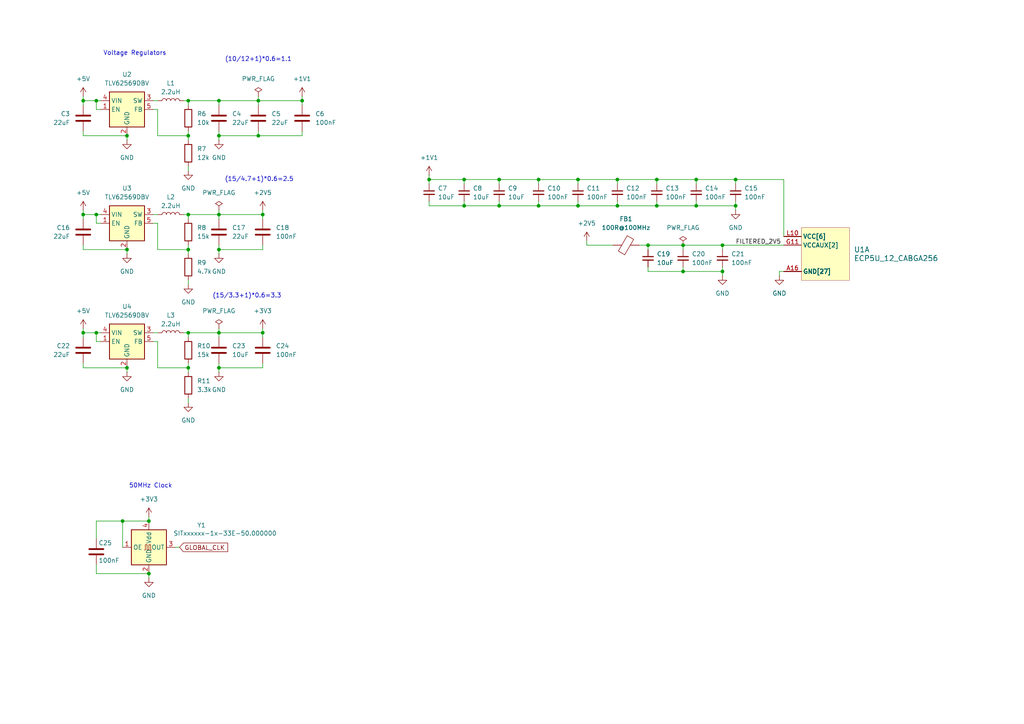
<source format=kicad_sch>
(kicad_sch (version 20250114) (generator "eeschema") (generator_version "9.0")
  (paper "A4")
  (title_block (title "Icepi zero") (date "2025-05-12") (rev "v1") (company "Chengyin Yao (cheyao)") (comment 1 "https://github.com/cheyao/icepi-zero"))
  (text "(15/4.7+1)*0.6=2.5" (at 75.184 52.07 0) (effects (font (size 1.27 1.27))))
  (text "(10/12+1)*0.6=1.1" (at 74.93 17.272 0) (effects (font (size 1.27 1.27))))
  (text "(15/3.3+1)*0.6=3.3" (at 71.628 85.852 0) (effects (font (size 1.27 1.27))))
  (text "50MHz Clock" (at 43.688 140.97 0) (effects (font (size 1.27 1.27))))
  (text "Voltage Regulators" (at 39.116 15.494 0) (effects (font (size 1.27 1.27))))
  (junction (at 209.55 71.12))
  (junction (at 54.61 72.39))
  (junction (at 63.5 106.68))
  (junction (at 54.61 106.68))
  (junction (at 213.36 52.07))
  (junction (at 201.93 52.07))
  (junction (at 27.94 62.23))
  (junction (at 167.64 52.07))
  (junction (at 43.18 151.13))
  (junction (at 74.93 29.21))
  (junction (at 63.5 39.37))
  (junction (at 35.56 151.13))
  (junction (at 63.5 29.21))
  (junction (at 179.07 59.69))
  (junction (at 190.5 59.69))
  (junction (at 27.94 29.21))
  (junction (at 54.61 39.37))
  (junction (at 63.5 72.39))
  (junction (at 24.13 29.21))
  (junction (at 63.5 96.52))
  (junction (at 36.83 39.37))
  (junction (at 27.94 96.52))
  (junction (at 190.5 52.07))
  (junction (at 198.12 71.12))
  (junction (at 144.78 59.69))
  (junction (at 87.63 29.21))
  (junction (at 74.93 39.37))
  (junction (at 201.93 59.69))
  (junction (at 187.96 71.12))
  (junction (at 124.46 52.07))
  (junction (at 134.62 59.69))
  (junction (at 167.64 59.69))
  (junction (at 54.61 96.52))
  (junction (at 36.83 106.68))
  (junction (at 63.5 62.23))
  (junction (at 76.2 62.23))
  (junction (at 24.13 96.52))
  (junction (at 43.18 166.37))
  (junction (at 134.62 52.07))
  (junction (at 76.2 96.52))
  (junction (at 179.07 52.07))
  (junction (at 209.55 78.74))
  (junction (at 36.83 72.39))
  (junction (at 198.12 78.74))
  (junction (at 156.21 52.07))
  (junction (at 144.78 52.07))
  (junction (at 24.13 62.23))
  (junction (at 213.36 59.69))
  (junction (at 156.21 59.69))
  (junction (at 54.61 29.21))
  (junction (at 54.61 62.23))
  (wire (pts (xy 27.94 29.21) (xy 27.94 31.75)))
  (wire (pts (xy 144.78 59.69) (xy 156.21 59.69)))
  (wire (pts (xy 227.33 78.74) (xy 226.06 78.74)))
  (wire (pts (xy 54.61 62.23) (xy 53.34 62.23)))
  (wire (pts (xy 134.62 52.07) (xy 124.46 52.07)))
  (wire (pts (xy 24.13 29.21) (xy 27.94 29.21)))
  (wire (pts (xy 167.64 59.69) (xy 167.64 58.42)))
  (wire (pts (xy 24.13 95.25) (xy 24.13 96.52)))
  (wire (pts (xy 24.13 29.21) (xy 24.13 30.48)))
  (wire (pts (xy 190.5 52.07) (xy 190.5 53.34)))
  (wire (pts (xy 35.56 158.75) (xy 35.56 151.13)))
  (wire (pts (xy 124.46 58.42) (xy 124.46 59.69)))
  (wire (pts (xy 54.61 39.37) (xy 45.72 39.37)))
  (wire (pts (xy 43.18 166.37) (xy 43.18 167.64)))
  (wire (pts (xy 54.61 96.52) (xy 63.5 96.52)))
  (wire (pts (xy 63.5 107.95) (xy 63.5 106.68)))
  (wire (pts (xy 54.61 62.23) (xy 63.5 62.23)))
  (wire (pts (xy 201.93 52.07) (xy 190.5 52.07)))
  (wire (pts (xy 213.36 52.07) (xy 201.93 52.07)))
  (wire (pts (xy 190.5 59.69) (xy 201.93 59.69)))
  (wire (pts (xy 209.55 72.39) (xy 209.55 71.12)))
  (wire (pts (xy 156.21 52.07) (xy 156.21 53.34)))
  (wire (pts (xy 24.13 38.1) (xy 24.13 39.37)))
  (wire (pts (xy 144.78 59.69) (xy 144.78 58.42)))
  (wire (pts (xy 63.5 60.96) (xy 63.5 62.23)))
  (wire (pts (xy 198.12 78.74) (xy 209.55 78.74)))
  (wire (pts (xy 24.13 72.39) (xy 36.83 72.39)))
  (wire (pts (xy 54.61 97.79) (xy 54.61 96.52)))
  (wire (pts (xy 54.61 106.68) (xy 45.72 106.68)))
  (wire (pts (xy 63.5 63.5) (xy 63.5 62.23)))
  (wire (pts (xy 185.42 71.12) (xy 187.96 71.12)))
  (wire (pts (xy 27.94 96.52) (xy 29.21 96.52)))
  (wire (pts (xy 54.61 30.48) (xy 54.61 29.21)))
  (wire (pts (xy 54.61 96.52) (xy 53.34 96.52)))
  (wire (pts (xy 74.93 30.48) (xy 74.93 29.21)))
  (wire (pts (xy 63.5 40.64) (xy 63.5 39.37)))
  (wire (pts (xy 50.8 158.75) (xy 52.07 158.75)))
  (wire (pts (xy 76.2 96.52) (xy 63.5 96.52)))
  (wire (pts (xy 124.46 52.07) (xy 124.46 53.34)))
  (wire (pts (xy 74.93 39.37) (xy 87.63 39.37)))
  (wire (pts (xy 24.13 62.23) (xy 27.94 62.23)))
  (wire (pts (xy 179.07 59.69) (xy 190.5 59.69)))
  (wire (pts (xy 190.5 59.69) (xy 190.5 58.42)))
  (wire (pts (xy 179.07 52.07) (xy 179.07 53.34)))
  (wire (pts (xy 187.96 78.74) (xy 198.12 78.74)))
  (wire (pts (xy 87.63 27.94) (xy 87.63 29.21)))
  (wire (pts (xy 24.13 60.96) (xy 24.13 62.23)))
  (wire (pts (xy 198.12 78.74) (xy 198.12 77.47)))
  (wire (pts (xy 24.13 27.94) (xy 24.13 29.21)))
  (wire (pts (xy 124.46 59.69) (xy 134.62 59.69)))
  (wire (pts (xy 76.2 95.25) (xy 76.2 96.52)))
  (wire (pts (xy 63.5 72.39) (xy 76.2 72.39)))
  (wire (pts (xy 76.2 60.96) (xy 76.2 62.23)))
  (wire (pts (xy 226.06 78.74) (xy 226.06 80.01)))
  (wire (pts (xy 24.13 106.68) (xy 36.83 106.68)))
  (wire (pts (xy 227.33 52.07) (xy 227.33 68.58)))
  (wire (pts (xy 201.93 58.42) (xy 201.93 59.69)))
  (wire (pts (xy 213.36 59.69) (xy 213.36 58.42)))
  (wire (pts (xy 213.36 53.34) (xy 213.36 52.07)))
  (wire (pts (xy 144.78 52.07) (xy 156.21 52.07)))
  (wire (pts (xy 187.96 71.12) (xy 198.12 71.12)))
  (wire (pts (xy 54.61 115.57) (xy 54.61 116.84)))
  (wire (pts (xy 76.2 62.23) (xy 63.5 62.23)))
  (wire (pts (xy 54.61 38.1) (xy 54.61 39.37)))
  (wire (pts (xy 63.5 72.39) (xy 63.5 71.12)))
  (wire (pts (xy 63.5 95.25) (xy 63.5 96.52)))
  (wire (pts (xy 63.5 30.48) (xy 63.5 29.21)))
  (wire (pts (xy 209.55 71.12) (xy 227.33 71.12)))
  (wire (pts (xy 24.13 71.12) (xy 24.13 72.39)))
  (wire (pts (xy 36.83 72.39) (xy 36.83 73.66)))
  (wire (pts (xy 54.61 72.39) (xy 45.72 72.39)))
  (wire (pts (xy 54.61 29.21) (xy 63.5 29.21)))
  (wire (pts (xy 167.64 52.07) (xy 156.21 52.07)))
  (wire (pts (xy 179.07 52.07) (xy 190.5 52.07)))
  (wire (pts (xy 44.45 62.23) (xy 45.72 62.23)))
  (wire (pts (xy 27.94 62.23) (xy 29.21 62.23)))
  (wire (pts (xy 24.13 105.41) (xy 24.13 106.68)))
  (wire (pts (xy 63.5 106.68) (xy 63.5 105.41)))
  (wire (pts (xy 27.94 156.21) (xy 27.94 151.13)))
  (wire (pts (xy 27.94 163.83) (xy 27.94 166.37)))
  (wire (pts (xy 87.63 29.21) (xy 87.63 30.48)))
  (wire (pts (xy 45.72 39.37) (xy 45.72 31.75)))
  (wire (pts (xy 63.5 97.79) (xy 63.5 96.52)))
  (wire (pts (xy 24.13 96.52) (xy 24.13 97.79)))
  (wire (pts (xy 144.78 52.07) (xy 144.78 53.34)))
  (wire (pts (xy 54.61 81.28) (xy 54.61 82.55)))
  (wire (pts (xy 27.94 62.23) (xy 27.94 64.77)))
  (wire (pts (xy 54.61 71.12) (xy 54.61 72.39)))
  (wire (pts (xy 54.61 72.39) (xy 54.61 73.66)))
  (wire (pts (xy 24.13 39.37) (xy 36.83 39.37)))
  (wire (pts (xy 76.2 72.39) (xy 76.2 71.12)))
  (wire (pts (xy 187.96 71.12) (xy 187.96 72.39)))
  (wire (pts (xy 209.55 78.74) (xy 209.55 77.47)))
  (wire (pts (xy 124.46 50.8) (xy 124.46 52.07)))
  (wire (pts (xy 156.21 58.42) (xy 156.21 59.69)))
  (wire (pts (xy 45.72 106.68) (xy 45.72 99.06)))
  (wire (pts (xy 213.36 52.07) (xy 227.33 52.07)))
  (wire (pts (xy 27.94 96.52) (xy 27.94 99.06)))
  (wire (pts (xy 54.61 29.21) (xy 53.34 29.21)))
  (wire (pts (xy 54.61 39.37) (xy 54.61 40.64)))
  (wire (pts (xy 74.93 27.94) (xy 74.93 29.21)))
  (wire (pts (xy 179.07 58.42) (xy 179.07 59.69)))
  (wire (pts (xy 36.83 39.37) (xy 36.83 40.64)))
  (wire (pts (xy 43.18 149.86) (xy 43.18 151.13)))
  (wire (pts (xy 27.94 166.37) (xy 43.18 166.37)))
  (wire (pts (xy 156.21 59.69) (xy 167.64 59.69)))
  (wire (pts (xy 87.63 39.37) (xy 87.63 38.1)))
  (wire (pts (xy 27.94 64.77) (xy 29.21 64.77)))
  (wire (pts (xy 167.64 52.07) (xy 167.64 53.34)))
  (wire (pts (xy 44.45 29.21) (xy 45.72 29.21)))
  (wire (pts (xy 187.96 77.47) (xy 187.96 78.74)))
  (wire (pts (xy 54.61 63.5) (xy 54.61 62.23)))
  (wire (pts (xy 74.93 29.21) (xy 63.5 29.21)))
  (wire (pts (xy 24.13 62.23) (xy 24.13 63.5)))
  (wire (pts (xy 201.93 52.07) (xy 201.93 53.34)))
  (wire (pts (xy 134.62 52.07) (xy 144.78 52.07)))
  (wire (pts (xy 63.5 39.37) (xy 63.5 38.1)))
  (wire (pts (xy 198.12 71.12) (xy 209.55 71.12)))
  (wire (pts (xy 134.62 52.07) (xy 134.62 53.34)))
  (wire (pts (xy 170.18 69.85) (xy 170.18 71.12)))
  (wire (pts (xy 44.45 96.52) (xy 45.72 96.52)))
  (wire (pts (xy 45.72 99.06) (xy 44.45 99.06)))
  (wire (pts (xy 45.72 31.75) (xy 44.45 31.75)))
  (wire (pts (xy 198.12 71.12) (xy 198.12 72.39)))
  (wire (pts (xy 63.5 73.66) (xy 63.5 72.39)))
  (wire (pts (xy 36.83 106.68) (xy 36.83 107.95)))
  (wire (pts (xy 27.94 151.13) (xy 35.56 151.13)))
  (wire (pts (xy 35.56 151.13) (xy 43.18 151.13)))
  (wire (pts (xy 74.93 39.37) (xy 63.5 39.37)))
  (wire (pts (xy 27.94 31.75) (xy 29.21 31.75)))
  (wire (pts (xy 167.64 59.69) (xy 179.07 59.69)))
  (wire (pts (xy 54.61 105.41) (xy 54.61 106.68)))
  (wire (pts (xy 179.07 52.07) (xy 167.64 52.07)))
  (wire (pts (xy 87.63 29.21) (xy 74.93 29.21)))
  (wire (pts (xy 209.55 78.74) (xy 209.55 80.01)))
  (wire (pts (xy 24.13 96.52) (xy 27.94 96.52)))
  (wire (pts (xy 27.94 29.21) (xy 29.21 29.21)))
  (wire (pts (xy 74.93 39.37) (xy 74.93 38.1)))
  (wire (pts (xy 76.2 62.23) (xy 76.2 63.5)))
  (wire (pts (xy 54.61 106.68) (xy 54.61 107.95)))
  (wire (pts (xy 213.36 59.69) (xy 213.36 60.96)))
  (wire (pts (xy 45.72 72.39) (xy 45.72 64.77)))
  (wire (pts (xy 134.62 59.69) (xy 144.78 59.69)))
  (wire (pts (xy 134.62 59.69) (xy 134.62 58.42)))
  (wire (pts (xy 63.5 106.68) (xy 76.2 106.68)))
  (wire (pts (xy 170.18 71.12) (xy 177.8 71.12)))
  (wire (pts (xy 54.61 48.26) (xy 54.61 49.53)))
  (wire (pts (xy 76.2 106.68) (xy 76.2 105.41)))
  (wire (pts (xy 45.72 64.77) (xy 44.45 64.77)))
  (wire (pts (xy 76.2 96.52) (xy 76.2 97.79)))
  (wire (pts (xy 201.93 59.69) (xy 213.36 59.69)))
  (wire (pts (xy 27.94 99.06) (xy 29.21 99.06)))
  (label "FILTERED_2V5" (at 213.36 71.12 0))
  (global_label "GLOBAL_CLK" (shape input) (at 52.07 158.75 0) (property "Intersheetrefs" "${INTERSHEET_REFS}" (effects (hide yes))))
  (symbol (lib_id "Device:FerriteBead") (at 181.61 71.12 90) (unit 1)
    (property "Reference" "FB1" (at 181.5592 63.5 90))
    (property "Value" "100R@100MHz" (at 181.5592 66.04 90))
    (property "Footprint" "Inductor_SMD:L_0805_2012Metric" (effects (hide yes)))
    (property "Description" "Ferrite bead" (effects (hide yes)))
    (property "LCSC Part #" "C1015" (effects (hide yes)))
  )
  (symbol (lib_id "Device:C") (at 76.2 67.31 0) (unit 1)
    (property "Reference" "C18" (at 80.01 66.0399 0) (effects (justify left)))
    (property "Value" "100nF" (at 80.01 68.5799 0) (effects (justify left)))
    (property "Footprint" "Capacitor_SMD:C_0402_1005Metric" (effects (hide yes)))
    (property "Description" "Unpolarized capacitor" (effects (hide yes)))
    (property "LCSC Part #" "C307331 " (effects (hide yes)))
  )
  (symbol (lib_id "Device:R") (at 54.61 44.45 0) (unit 1)
    (property "Reference" "R7" (at 57.15 43.1799 0) (effects (justify left)))
    (property "Value" "12k" (at 57.15 45.7199 0) (effects (justify left)))
    (property "Footprint" "Resistor_SMD:R_0402_1005Metric" (effects (hide yes)))
    (property "Description" "Resistor" (effects (hide yes)))
    (property "LCSC Part #" "C25752" (effects (hide yes)))
  )
  (symbol (lib_id "Device:C_Small") (at 198.12 74.93 0) (unit 1)
    (property "Reference" "C20" (at 200.66 73.6662 0) (effects (justify left)))
    (property "Value" "100nF" (at 200.66 76.2062 0) (effects (justify left)))
    (property "Footprint" "Capacitor_SMD:C_0402_1005Metric" (effects (hide yes)))
    (property "Description" "Unpolarized capacitor, small symbol" (effects (hide yes)))
    (property "LCSC Part #" "C307331 " (effects (hide yes)))
  )
  (symbol (lib_id "power:PWR_FLAG") (at 74.93 27.94 0) (unit 1)
    (property "Reference" "#FLG01" (effects (hide yes)))
    (property "Value" "PWR_FLAG" (at 74.93 22.86 0))
    (property "Description" "Special symbol for telling ERC where power comes from" (effects (hide yes)))
  )
  (symbol (lib_id "power:+2V5") (at 76.2 60.96 0) (unit 1)
    (property "Reference" "#PWR030" (effects (hide yes)))
    (property "Value" "+2V5" (at 76.2 55.88 0))
    (property "Description" "Power symbol creates a global label with name \"+2V5\"" (effects (hide yes)))
  )
  (symbol (lib_id "Device:L") (at 49.53 96.52 90) (unit 1)
    (property "Reference" "L3" (at 49.53 91.44 90))
    (property "Value" "2.2uH" (at 49.53 93.98 90))
    (property "Footprint" "Inductor_SMD:L_0805_2012Metric" (effects (hide yes)))
    (property "Description" "Inductor" (effects (hide yes)))
    (property "LCSC Part #" "C1043" (effects (hide yes)))
  )
  (symbol (lib_id "Regulator_Switching:TLV62569DBV") (at 36.83 31.75 0) (unit 1)
    (property "Reference" "U2" (at 36.83 21.59 0))
    (property "Value" "TLV62569DBV" (at 36.83 24.13 0))
    (property "Footprint" "Package_TO_SOT_SMD:SOT-23-5" (effects (hide yes)))
    (property "Datasheet" "http://www.ti.com/lit/ds/symlink/tlv62569.pdf" (effects (hide yes)))
    (property "Description" "High Efficiency Synchronous Buck Converter, Adjustable Output 0.6V-5.5V, 2A, SOT-23-5" (effects (hide yes)))
    (property "LCSC Part #" "C141836" (effects (hide yes)))
  )
  (symbol (lib_id "Device:R") (at 54.61 101.6 0) (unit 1)
    (property "Reference" "R10" (at 57.15 100.3299 0) (effects (justify left)))
    (property "Value" "15k" (at 57.15 102.8699 0) (effects (justify left)))
    (property "Footprint" "Resistor_SMD:R_0402_1005Metric" (effects (hide yes)))
    (property "Description" "Resistor" (effects (hide yes)))
    (property "LCSC Part #" "C25756 " (effects (hide yes)))
  )
  (symbol (lib_id "Device:R") (at 54.61 34.29 0) (unit 1)
    (property "Reference" "R6" (at 57.15 33.0199 0) (effects (justify left)))
    (property "Value" "10k" (at 57.15 35.5599 0) (effects (justify left)))
    (property "Footprint" "Resistor_SMD:R_0402_1005Metric" (effects (hide yes)))
    (property "Description" "Resistor" (effects (hide yes)))
    (property "LCSC Part #" "C25744" (effects (hide yes)))
  )
  (symbol (lib_id "Device:C_Small") (at 156.21 55.88 0) (unit 1)
    (property "Reference" "C10" (at 158.75 54.6162 0) (effects (justify left)))
    (property "Value" "100nF" (at 158.75 57.1562 0) (effects (justify left)))
    (property "Footprint" "Capacitor_SMD:C_0402_1005Metric" (effects (hide yes)))
    (property "Description" "Unpolarized capacitor, small symbol" (effects (hide yes)))
    (property "LCSC Part #" "C307331 " (effects (hide yes)))
  )
  (symbol (lib_id "power:PWR_FLAG") (at 63.5 95.25 0) (unit 1)
    (property "Reference" "#FLG04" (effects (hide yes)))
    (property "Value" "PWR_FLAG" (at 63.5 90.17 0))
    (property "Description" "Special symbol for telling ERC where power comes from" (effects (hide yes)))
  )
  (symbol (lib_id "power:GND") (at 54.61 116.84 0) (unit 1)
    (property "Reference" "#PWR042" (effects (hide yes)))
    (property "Value" "GND" (at 54.61 121.92 0))
    (property "Description" "Power symbol creates a global label with name \"GND\" , ground" (effects (hide yes)))
  )
  (symbol (lib_id "Oscillator:SiT8008xx-1x-xxE") (at 43.18 158.75 0) (unit 1)
    (property "Reference" "Y1" (at 58.42 152.3298 0))
    (property "Value" "SITxxxxxx-1x-33E-50.000000" (at 65.278 154.686 0))
    (property "Footprint" "Oscillator:Oscillator_SMD_SiT_PQFN-4Pin_2.5x2.0mm" (effects (hide yes)))
    (property "Datasheet" "https://www.sitime.com/support/resource-library/datasheets/sit8008-datasheet" (effects (hide yes)))
    (property "Description" "SiTime Low Power Mems programmable oscillator, 1MHz to 110MHz, PQFN-4, 2.5x2.0mm (with output enable pin)" (effects (hide yes)))
    (property "LCSC Part #" "C1182928" (effects (hide yes)))
  )
  (symbol (lib_id "Device:C_Small") (at 124.46 55.88 0) (unit 1)
    (property "Reference" "C7" (at 127 54.6162 0) (effects (justify left)))
    (property "Value" "10uF" (at 127 57.1562 0) (effects (justify left)))
    (property "Footprint" "Capacitor_SMD:C_0603_1608Metric" (effects (hide yes)))
    (property "Description" "Unpolarized capacitor, small symbol" (effects (hide yes)))
    (property "LCSC Part #" "C19702" (effects (hide yes)))
  )
  (symbol (lib_id "Regulator_Switching:TLV62569DBV") (at 36.83 64.77 0) (unit 1)
    (property "Reference" "U3" (at 36.83 54.61 0))
    (property "Value" "TLV62569DBV" (at 36.83 57.15 0))
    (property "Footprint" "Package_TO_SOT_SMD:SOT-23-5" (effects (hide yes)))
    (property "Datasheet" "http://www.ti.com/lit/ds/symlink/tlv62569.pdf" (effects (hide yes)))
    (property "Description" "High Efficiency Synchronous Buck Converter, Adjustable Output 0.6V-5.5V, 2A, SOT-23-5" (effects (hide yes)))
    (property "LCSC Part #" "C141836" (effects (hide yes)))
  )
  (symbol (lib_id "power:GND") (at 54.61 82.55 0) (unit 1)
    (property "Reference" "#PWR037" (effects (hide yes)))
    (property "Value" "GND" (at 54.61 87.63 0))
    (property "Description" "Power symbol creates a global label with name \"GND\" , ground" (effects (hide yes)))
  )
  (symbol (lib_id "power:GND") (at 63.5 107.95 0) (unit 1)
    (property "Reference" "#PWR040" (effects (hide yes)))
    (property "Value" "GND" (at 63.5 113.03 0))
    (property "Description" "Power symbol creates a global label with name \"GND\" , ground" (effects (hide yes)))
  )
  (symbol (lib_id "power:GND") (at 63.5 40.64 0) (unit 1)
    (property "Reference" "#PWR025" (effects (hide yes)))
    (property "Value" "GND" (at 63.5 45.72 0))
    (property "Description" "Power symbol creates a global label with name \"GND\" , ground" (effects (hide yes)))
  )
  (symbol (lib_id "power:GND") (at 63.5 73.66 0) (unit 1)
    (property "Reference" "#PWR033" (effects (hide yes)))
    (property "Value" "GND" (at 63.5 78.74 0))
    (property "Description" "Power symbol creates a global label with name \"GND\" , ground" (effects (hide yes)))
  )
  (symbol (lib_id "power:+5V") (at 24.13 27.94 0) (unit 1)
    (property "Reference" "#PWR023" (effects (hide yes)))
    (property "Value" "+5V" (at 24.13 22.86 0))
    (property "Description" "Power symbol creates a global label with name \"+5V\"" (effects (hide yes)))
  )
  (symbol (lib_id "Device:R") (at 54.61 111.76 0) (unit 1)
    (property "Reference" "R11" (at 57.15 110.4899 0) (effects (justify left)))
    (property "Value" "3.3k" (at 57.15 113.0299 0) (effects (justify left)))
    (property "Footprint" "Resistor_SMD:R_0402_1005Metric" (effects (hide yes)))
    (property "Description" "Resistor" (effects (hide yes)))
    (property "LCSC Part #" "C25890 " (effects (hide yes)))
  )
  (symbol (lib_id "Device:C_Small") (at 144.78 55.88 0) (unit 1)
    (property "Reference" "C9" (at 147.32 54.6162 0) (effects (justify left)))
    (property "Value" "10uF" (at 147.32 57.1562 0) (effects (justify left)))
    (property "Footprint" "Capacitor_SMD:C_0603_1608Metric" (effects (hide yes)))
    (property "Description" "Unpolarized capacitor, small symbol" (effects (hide yes)))
    (property "LCSC Part #" "C19702" (effects (hide yes)))
  )
  (symbol (lib_id "Device:L") (at 49.53 29.21 90) (unit 1)
    (property "Reference" "L1" (at 49.53 24.13 90))
    (property "Value" "2.2uH" (at 49.53 26.67 90))
    (property "Footprint" "Inductor_SMD:L_0805_2012Metric" (effects (hide yes)))
    (property "Description" "Inductor" (effects (hide yes)))
    (property "LCSC Part #" "C1043" (effects (hide yes)))
  )
  (symbol (lib_id "Device:C") (at 24.13 67.31 0) (unit 1)
    (property "Reference" "C16" (at 20.32 66.0399 0) (effects (justify right)))
    (property "Value" "22uF" (at 20.32 68.5799 0) (effects (justify right)))
    (property "Footprint" "Capacitor_SMD:C_0603_1608Metric" (effects (hide yes)))
    (property "Description" "Unpolarized capacitor" (effects (hide yes)))
    (property "LCSC Part #" "C59461 " (effects (hide yes)))
  )
  (symbol (lib_id "power:GND") (at 226.06 80.01 0) (unit 1)
    (property "Reference" "#PWR036" (effects (hide yes)))
    (property "Value" "GND" (at 226.06 85.09 0))
    (property "Description" "Power symbol creates a global label with name \"GND\" , ground" (effects (hide yes)))
  )
  (symbol (lib_id "power:PWR_FLAG") (at 198.12 71.12 0) (unit 1)
    (property "Reference" "#FLG03" (effects (hide yes)))
    (property "Value" "PWR_FLAG" (at 198.12 66.04 0))
    (property "Description" "Special symbol for telling ERC where power comes from" (effects (hide yes)))
  )
  (symbol (lib_id "Device:C_Small") (at 179.07 55.88 0) (unit 1)
    (property "Reference" "C12" (at 181.61 54.6162 0) (effects (justify left)))
    (property "Value" "100nF" (at 181.61 57.1562 0) (effects (justify left)))
    (property "Footprint" "Capacitor_SMD:C_0402_1005Metric" (effects (hide yes)))
    (property "Description" "Unpolarized capacitor, small symbol" (effects (hide yes)))
    (property "LCSC Part #" "C307331 " (effects (hide yes)))
  )
  (symbol (lib_id "power:GND") (at 209.55 80.01 0) (unit 1)
    (property "Reference" "#PWR035" (effects (hide yes)))
    (property "Value" "GND" (at 209.55 85.09 0))
    (property "Description" "Power symbol creates a global label with name \"GND\" , ground" (effects (hide yes)))
  )
  (symbol (lib_id "power:GND") (at 36.83 73.66 0) (unit 1)
    (property "Reference" "#PWR034" (effects (hide yes)))
    (property "Value" "GND" (at 36.83 78.74 0))
    (property "Description" "Power symbol creates a global label with name \"GND\" , ground" (effects (hide yes)))
  )
  (symbol (lib_id "Device:C_Small") (at 213.36 55.88 0) (unit 1)
    (property "Reference" "C15" (at 215.9 54.6162 0) (effects (justify left)))
    (property "Value" "100nF" (at 215.9 57.1562 0) (effects (justify left)))
    (property "Footprint" "Capacitor_SMD:C_0402_1005Metric" (effects (hide yes)))
    (property "Description" "Unpolarized capacitor, small symbol" (effects (hide yes)))
    (property "LCSC Part #" "C307331 " (effects (hide yes)))
  )
  (symbol (lib_id "power:GND") (at 36.83 40.64 0) (unit 1)
    (property "Reference" "#PWR026" (effects (hide yes)))
    (property "Value" "GND" (at 36.83 45.72 0))
    (property "Description" "Power symbol creates a global label with name \"GND\" , ground" (effects (hide yes)))
  )
  (symbol (lib_id "Device:C_Small") (at 134.62 55.88 0) (unit 1)
    (property "Reference" "C8" (at 137.16 54.6162 0) (effects (justify left)))
    (property "Value" "10uF" (at 137.16 57.1562 0) (effects (justify left)))
    (property "Footprint" "Capacitor_SMD:C_0603_1608Metric" (effects (hide yes)))
    (property "Description" "Unpolarized capacitor, small symbol" (effects (hide yes)))
    (property "LCSC Part #" "C19702" (effects (hide yes)))
  )
  (symbol (lib_id "power:+5V") (at 24.13 95.25 0) (unit 1)
    (property "Reference" "#PWR038" (effects (hide yes)))
    (property "Value" "+5V" (at 24.13 90.17 0))
    (property "Description" "Power symbol creates a global label with name \"+5V\"" (effects (hide yes)))
  )
  (symbol (lib_id "Device:C") (at 87.63 34.29 0) (unit 1)
    (property "Reference" "C6" (at 91.44 33.0199 0) (effects (justify left)))
    (property "Value" "100nF" (at 91.44 35.5599 0) (effects (justify left)))
    (property "Footprint" "Capacitor_SMD:C_0402_1005Metric" (effects (hide yes)))
    (property "Description" "Unpolarized capacitor" (effects (hide yes)))
    (property "LCSC Part #" "C307331 " (effects (hide yes)))
  )
  (symbol (lib_id "power:GND") (at 43.18 167.64 0) (unit 1)
    (property "Reference" "#PWR044" (effects (hide yes)))
    (property "Value" "GND" (at 43.18 172.72 0))
    (property "Description" "Power symbol creates a global label with name \"GND\" , ground" (effects (hide yes)))
  )
  (symbol (lib_id "power:+1V1") (at 124.46 50.8 0) (unit 1)
    (property "Reference" "#PWR028" (effects (hide yes)))
    (property "Value" "+1V1" (at 124.46 45.72 0))
    (property "Description" "Power symbol creates a global label with name \"+1V1\"" (effects (hide yes)))
  )
  (symbol (lib_id "Device:C_Small") (at 187.96 74.93 0) (unit 1)
    (property "Reference" "C19" (at 190.5 73.6662 0) (effects (justify left)))
    (property "Value" "10uF" (at 190.5 76.2062 0) (effects (justify left)))
    (property "Footprint" "Capacitor_SMD:C_0603_1608Metric" (effects (hide yes)))
    (property "Description" "Unpolarized capacitor, small symbol" (effects (hide yes)))
    (property "LCSC Part #" "C19702" (effects (hide yes)))
  )
  (symbol (lib_id "Device:C") (at 63.5 101.6 0) (mirror y) (unit 1)
    (property "Reference" "C23" (at 67.31 100.3299 0) (effects (justify right)))
    (property "Value" "10uF" (at 67.31 102.8699 0) (effects (justify right)))
    (property "Footprint" "Capacitor_SMD:C_0603_1608Metric" (effects (hide yes)))
    (property "Description" "Unpolarized capacitor" (effects (hide yes)))
    (property "LCSC Part #" "C19702" (effects (hide yes)))
  )
  (symbol (lib_id "Device:C_Small") (at 201.93 55.88 0) (unit 1)
    (property "Reference" "C14" (at 204.47 54.6162 0) (effects (justify left)))
    (property "Value" "100nF" (at 204.47 57.1562 0) (effects (justify left)))
    (property "Footprint" "Capacitor_SMD:C_0402_1005Metric" (effects (hide yes)))
    (property "Description" "Unpolarized capacitor, small symbol" (effects (hide yes)))
    (property "LCSC Part #" "C307331 " (effects (hide yes)))
  )
  (symbol (lib_id "power:+1V1") (at 87.63 27.94 0) (unit 1)
    (property "Reference" "#PWR024" (effects (hide yes)))
    (property "Value" "+1V1" (at 87.63 22.86 0))
    (property "Description" "Power symbol creates a global label with name \"+1V1\"" (effects (hide yes)))
  )
  (symbol (lib_id "power:+3V3") (at 43.18 149.86 0) (unit 1)
    (property "Reference" "#PWR043" (effects (hide yes)))
    (property "Value" "+3V3" (at 43.18 144.78 0))
    (property "Description" "Power symbol creates a global label with name \"+3V3\"" (effects (hide yes)))
  )
  (symbol (lib_id "Regulator_Switching:TLV62569DBV") (at 36.83 99.06 0) (unit 1)
    (property "Reference" "U4" (at 36.83 88.9 0))
    (property "Value" "TLV62569DBV" (at 36.83 91.44 0))
    (property "Footprint" "Package_TO_SOT_SMD:SOT-23-5" (effects (hide yes)))
    (property "Datasheet" "http://www.ti.com/lit/ds/symlink/tlv62569.pdf" (effects (hide yes)))
    (property "Description" "High Efficiency Synchronous Buck Converter, Adjustable Output 0.6V-5.5V, 2A, SOT-23-5" (effects (hide yes)))
    (property "LCSC Part #" "C141836" (effects (hide yes)))
  )
  (symbol (lib_id "power:GND") (at 54.61 49.53 0) (unit 1)
    (property "Reference" "#PWR027" (effects (hide yes)))
    (property "Value" "GND" (at 54.61 54.61 0))
    (property "Description" "Power symbol creates a global label with name \"GND\" , ground" (effects (hide yes)))
  )
  (symbol (lib_id "power:PWR_FLAG") (at 63.5 60.96 0) (unit 1)
    (property "Reference" "#FLG02" (effects (hide yes)))
    (property "Value" "PWR_FLAG" (at 63.5 55.88 0))
    (property "Description" "Special symbol for telling ERC where power comes from" (effects (hide yes)))
  )
  (symbol (lib_id "Device:C") (at 24.13 101.6 0) (unit 1)
    (property "Reference" "C22" (at 20.32 100.3299 0) (effects (justify right)))
    (property "Value" "22uF" (at 20.32 102.8699 0) (effects (justify right)))
    (property "Footprint" "Capacitor_SMD:C_0603_1608Metric" (effects (hide yes)))
    (property "Description" "Unpolarized capacitor" (effects (hide yes)))
    (property "LCSC Part #" "C59461 " (effects (hide yes)))
  )
  (symbol (lib_id "power:+2V5") (at 170.18 69.85 0) (unit 1)
    (property "Reference" "#PWR032" (effects (hide yes)))
    (property "Value" "+2V5" (at 170.18 64.77 0))
    (property "Description" "Power symbol creates a global label with name \"+2V5\"" (effects (hide yes)))
  )
  (symbol (lib_id "power:GND") (at 213.36 60.96 0) (unit 1)
    (property "Reference" "#PWR031" (effects (hide yes)))
    (property "Value" "GND" (at 213.36 66.04 0))
    (property "Description" "Power symbol creates a global label with name \"GND\" , ground" (effects (hide yes)))
  )
  (symbol (lib_id "Device:R") (at 54.61 67.31 0) (unit 1)
    (property "Reference" "R8" (at 57.15 66.0399 0) (effects (justify left)))
    (property "Value" "15k" (at 57.15 68.5799 0) (effects (justify left)))
    (property "Footprint" "Resistor_SMD:R_0402_1005Metric" (effects (hide yes)))
    (property "Description" "Resistor" (effects (hide yes)))
    (property "LCSC Part #" "C25756 " (effects (hide yes)))
  )
  (symbol (lib_id "power:+5V") (at 24.13 60.96 0) (unit 1)
    (property "Reference" "#PWR029" (effects (hide yes)))
    (property "Value" "+5V" (at 24.13 55.88 0))
    (property "Description" "Power symbol creates a global label with name \"+5V\"" (effects (hide yes)))
  )
  (symbol (lib_id "josh:ECP5U_12_CABGA256") (at 240.03 73.66 0) (unit 1)
    (property "Reference" "U1" (at 247.65 72.3899 0) (effects (font (size 1.524 1.524)) (justify left)))
    (property "Value" "ECP5U_12_CABGA256" (at 247.65 74.9299 0) (effects (font (size 1.524 1.524)) (justify left)))
    (property "Footprint" "Package_BGA:BGA-256_14.0x14.0mm_Layout16x16_P0.8mm_Ball0.45mm_Pad0.32mm_NSMD" (effects (hide yes)))
    (property "Datasheet" "https://www.lcsc.com/datasheet/lcsc_datasheet_2411220131_Lattice-LFE5U-25F-6BG256C_C1521614.pdf" (effects (hide yes)))
    (property "LCSC Part #" "C1521614" (effects (hide yes)))
  )
  (symbol (lib_id "Device:C_Small") (at 190.5 55.88 0) (unit 1)
    (property "Reference" "C13" (at 193.04 54.6162 0) (effects (justify left)))
    (property "Value" "100nF" (at 193.04 57.1562 0) (effects (justify left)))
    (property "Footprint" "Capacitor_SMD:C_0402_1005Metric" (effects (hide yes)))
    (property "Description" "Unpolarized capacitor, small symbol" (effects (hide yes)))
    (property "LCSC Part #" "C307331 " (effects (hide yes)))
  )
  (symbol (lib_id "Device:C_Small") (at 167.64 55.88 0) (unit 1)
    (property "Reference" "C11" (at 170.18 54.6162 0) (effects (justify left)))
    (property "Value" "100nF" (at 170.18 57.1562 0) (effects (justify left)))
    (property "Footprint" "Capacitor_SMD:C_0402_1005Metric" (effects (hide yes)))
    (property "Description" "Unpolarized capacitor, small symbol" (effects (hide yes)))
    (property "LCSC Part #" "C307331 " (effects (hide yes)))
  )
  (symbol (lib_id "Device:L") (at 49.53 62.23 90) (unit 1)
    (property "Reference" "L2" (at 49.53 57.15 90))
    (property "Value" "2.2uH" (at 49.53 59.69 90))
    (property "Footprint" "Inductor_SMD:L_0805_2012Metric" (effects (hide yes)))
    (property "Description" "Inductor" (effects (hide yes)))
    (property "LCSC Part #" "C1043" (effects (hide yes)))
  )
  (symbol (lib_id "Device:C") (at 27.94 160.02 0) (unit 1)
    (property "Reference" "C25" (at 28.575 157.48 0) (effects (justify left)))
    (property "Value" "100nF" (at 28.575 162.56 0) (effects (justify left)))
    (property "Footprint" "Capacitor_SMD:C_0402_1005Metric" (effects (hide yes)))
    (property "LCSC Part #" "C307331 " (effects (hide yes)))
  )
  (symbol (lib_id "Device:C_Small") (at 209.55 74.93 0) (unit 1)
    (property "Reference" "C21" (at 212.09 73.6662 0) (effects (justify left)))
    (property "Value" "100nF" (at 212.09 76.2062 0) (effects (justify left)))
    (property "Footprint" "Capacitor_SMD:C_0402_1005Metric" (effects (hide yes)))
    (property "Description" "Unpolarized capacitor, small symbol" (effects (hide yes)))
    (property "LCSC Part #" "C307331 " (effects (hide yes)))
  )
  (symbol (lib_id "Device:C") (at 63.5 34.29 0) (mirror y) (unit 1)
    (property "Reference" "C4" (at 67.31 33.0199 0) (effects (justify right)))
    (property "Value" "22uF" (at 67.31 35.5599 0) (effects (justify right)))
    (property "Footprint" "Capacitor_SMD:C_0603_1608Metric" (effects (hide yes)))
    (property "Description" "Unpolarized capacitor" (effects (hide yes)))
    (property "LCSC Part #" "C59461 " (effects (hide yes)))
  )
  (symbol (lib_id "power:GND") (at 36.83 107.95 0) (unit 1)
    (property "Reference" "#PWR041" (effects (hide yes)))
    (property "Value" "GND" (at 36.83 113.03 0))
    (property "Description" "Power symbol creates a global label with name \"GND\" , ground" (effects (hide yes)))
  )
  (symbol (lib_id "Device:C") (at 74.93 34.29 0) (mirror y) (unit 1)
    (property "Reference" "C5" (at 78.74 33.0199 0) (effects (justify right)))
    (property "Value" "22uF" (at 78.74 35.5599 0) (effects (justify right)))
    (property "Footprint" "Capacitor_SMD:C_0603_1608Metric" (effects (hide yes)))
    (property "Description" "Unpolarized capacitor" (effects (hide yes)))
    (property "LCSC Part #" "C59461 " (effects (hide yes)))
  )
  (symbol (lib_id "Device:C") (at 76.2 101.6 0) (unit 1)
    (property "Reference" "C24" (at 80.01 100.3299 0) (effects (justify left)))
    (property "Value" "100nF" (at 80.01 102.8699 0) (effects (justify left)))
    (property "Footprint" "Capacitor_SMD:C_0402_1005Metric" (effects (hide yes)))
    (property "Description" "Unpolarized capacitor" (effects (hide yes)))
    (property "LCSC Part #" "C307331 " (effects (hide yes)))
  )
  (symbol (lib_id "Device:C") (at 24.13 34.29 0) (unit 1)
    (property "Reference" "C3" (at 20.32 33.0199 0) (effects (justify right)))
    (property "Value" "22uF" (at 20.32 35.5599 0) (effects (justify right)))
    (property "Footprint" "Capacitor_SMD:C_0603_1608Metric" (effects (hide yes)))
    (property "Description" "Unpolarized capacitor" (effects (hide yes)))
    (property "LCSC Part #" "C59461 " (effects (hide yes)))
  )
  (symbol (lib_id "Device:R") (at 54.61 77.47 0) (unit 1)
    (property "Reference" "R9" (at 57.15 76.1999 0) (effects (justify left)))
    (property "Value" "4.7k" (at 57.15 78.7399 0) (effects (justify left)))
    (property "Footprint" "Resistor_SMD:R_0402_1005Metric" (effects (hide yes)))
    (property "Description" "Resistor" (effects (hide yes)))
    (property "LCSC Part #" "C25900 " (effects (hide yes)))
  )
  (symbol (lib_id "Device:C") (at 63.5 67.31 0) (mirror y) (unit 1)
    (property "Reference" "C17" (at 67.31 66.0399 0) (effects (justify right)))
    (property "Value" "22uF" (at 67.31 68.5799 0) (effects (justify right)))
    (property "Footprint" "Capacitor_SMD:C_0603_1608Metric" (effects (hide yes)))
    (property "Description" "Unpolarized capacitor" (effects (hide yes)))
    (property "LCSC Part #" "C59461 " (effects (hide yes)))
  )
  (symbol (lib_id "power:+3V3") (at 76.2 95.25 0) (unit 1)
    (property "Reference" "#PWR039" (effects (hide yes)))
    (property "Value" "+3V3" (at 76.2 90.17 0))
    (property "Description" "Power symbol creates a global label with name \"+3V3\"" (effects (hide yes)))
  )
)
</source>
